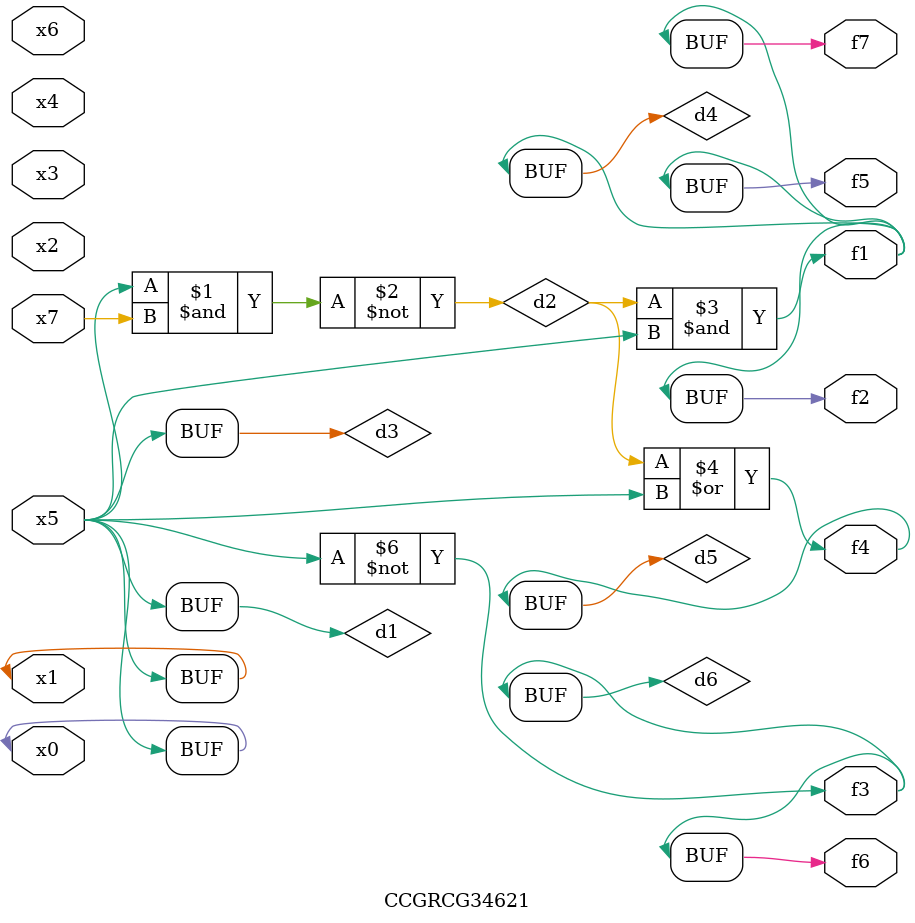
<source format=v>
module CCGRCG34621(
	input x0, x1, x2, x3, x4, x5, x6, x7,
	output f1, f2, f3, f4, f5, f6, f7
);

	wire d1, d2, d3, d4, d5, d6;

	buf (d1, x0, x5);
	nand (d2, x5, x7);
	buf (d3, x0, x1);
	and (d4, d2, d3);
	or (d5, d2, d3);
	nor (d6, d1, d3);
	assign f1 = d4;
	assign f2 = d4;
	assign f3 = d6;
	assign f4 = d5;
	assign f5 = d4;
	assign f6 = d6;
	assign f7 = d4;
endmodule

</source>
